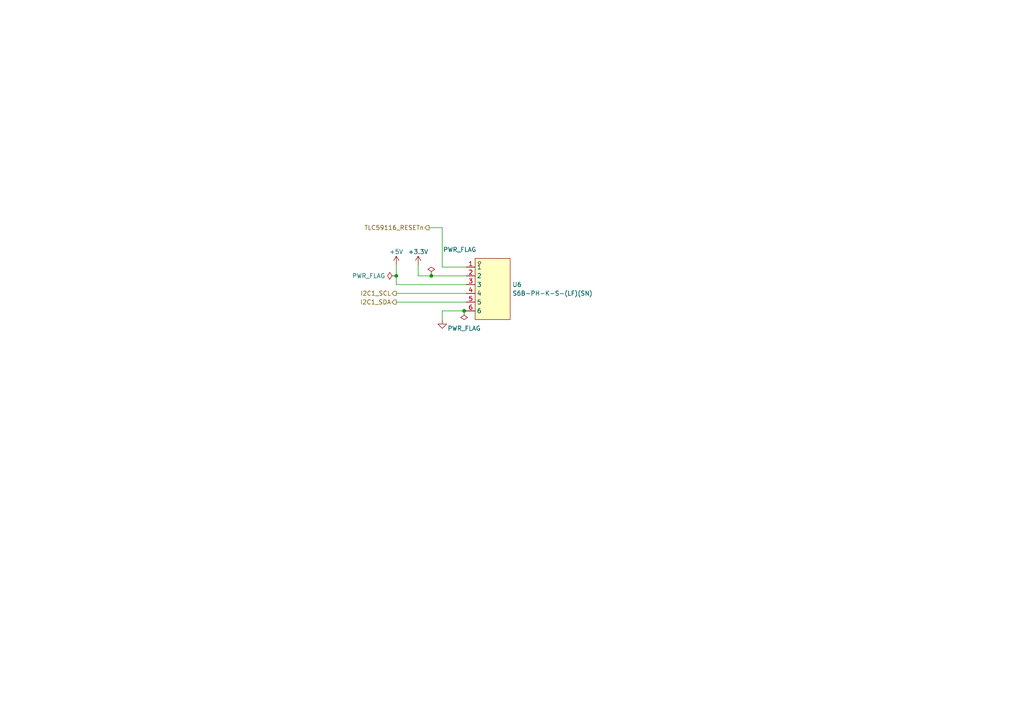
<source format=kicad_sch>
(kicad_sch (version 20230121) (generator eeschema)
  (paper "A4")
  (lib_symbols
    (symbol "S6B_PH_K_S_LF_SN:S6B-PH-K-S-(LF)(SN)"
      (property "Reference" "U" (at 0 12.7 0))
      (property "Value" "S6B-PH-K-S-(LF)(SN)" (at 0 -10.16 0))
      (symbol "S6B-PH-K-S-(LF)(SN)_0_1"
        (rectangle (start -2.54 10.16) (end 7.62 -7.62) (fill (type background)))
        (circle (center -1.27 8.89) (radius 0.38))
      )
      (symbol "S6B-PH-K-S-(LF)(SN)_1_1"
        (pin passive line (at -5.08 7.62 0) (length 2.54) (name "1") (number "1"))
        (pin passive line (at -5.08 5.08 0) (length 2.54) (name "2") (number "2"))
        (pin passive line (at -5.08 2.54 0) (length 2.54) (name "3") (number "3"))
        (pin passive line (at -5.08 0 0) (length 2.54) (name "4") (number "4"))
        (pin passive line (at -5.08 -2.54 0) (length 2.54) (name "5") (number "5"))
        (pin passive line (at -5.08 -5.08 0) (length 2.54) (name "6") (number "6"))
      )
    )
    (symbol "power:+3.3V" (power) (pin_names (offset 0))
      (property "Value" "+3.3V" (at 0 3.556 0))
      (symbol "+3.3V_0_1"
        (polyline (pts (xy -0.762 1.27) (xy 0 2.54)))
        (polyline (pts (xy 0 0) (xy 0 2.54)))
        (polyline (pts (xy 0 2.54) (xy 0.762 1.27)))
      )
      (symbol "+3.3V_1_1"
        (pin power_in line (at 0 0 90) (length 0) hide (name "+3.3V") (number "1"))
      )
    )
    (symbol "power:+5V" (power) (pin_names (offset 0))
      (property "Value" "+5V" (at 0 3.556 0))
      (symbol "+5V_0_1"
        (polyline (pts (xy -0.762 1.27) (xy 0 2.54)))
        (polyline (pts (xy 0 0) (xy 0 2.54)))
        (polyline (pts (xy 0 2.54) (xy 0.762 1.27)))
      )
      (symbol "+5V_1_1"
        (pin power_in line (at 0 0 90) (length 0) hide (name "+5V") (number "1"))
      )
    )
    (symbol "power:GND" (power) (pin_names (offset 0))
      (property "Value" "GND" (at 0 -3.81 0))
      (symbol "GND_0_1"
        (polyline (pts (xy 0 0) (xy 0 -1.27) (xy 1.27 -1.27) (xy 0 -2.54) (xy -1.27 -1.27) (xy 0 -1.27)))
      )
      (symbol "GND_1_1"
        (pin power_in line (at 0 0 270) (length 0) hide (name "GND") (number "1"))
      )
    )
    (symbol "power:PWR_FLAG" (power) (pin_numbers hide) (pin_names (offset 0) hide)
      (property "Value" "PWR_FLAG" (at 0 3.81 0))
      (symbol "PWR_FLAG_0_0"
        (pin power_out line (at 0 0 90) (length 0) (name "pwr") (number "1"))
      )
      (symbol "PWR_FLAG_0_1"
        (polyline (pts (xy 0 0) (xy 0 1.27) (xy -1.016 1.905) (xy 0 2.54) (xy 1.016 1.905) (xy 0 1.27)))
      )
    )
  )
  (junction (at 125.095 80.01))
  (junction (at 134.62 90.17))
  (junction (at 114.935 80.01))
  (wire (pts (xy 121.285 80.01) (xy 125.095 80.01)))
  (wire (pts (xy 128.27 66.04) (xy 128.27 77.47)))
  (wire (pts (xy 125.095 80.01) (xy 135.255 80.01)))
  (wire (pts (xy 135.255 90.17) (xy 134.62 90.17)))
  (wire (pts (xy 114.935 82.55) (xy 114.935 80.01)))
  (wire (pts (xy 121.285 80.01) (xy 121.285 76.835)))
  (wire (pts (xy 114.935 80.01) (xy 114.935 76.835)))
  (wire (pts (xy 128.27 66.04) (xy 124.46 66.04)))
  (wire (pts (xy 128.27 90.17) (xy 128.27 92.71)))
  (wire (pts (xy 114.935 87.63) (xy 135.255 87.63)))
  (wire (pts (xy 114.935 85.09) (xy 135.255 85.09)))
  (wire (pts (xy 128.27 77.47) (xy 135.255 77.47)))
  (wire (pts (xy 114.935 82.55) (xy 135.255 82.55)))
  (wire (pts (xy 134.62 90.17) (xy 128.27 90.17)))
  (hierarchical_label "I2C1_SDA" (shape output) (at 114.935 87.63 180))
  (hierarchical_label "TLC59116_RESETn" (shape output) (at 124.46 66.04 180))
  (hierarchical_label "I2C1_SCL" (shape output) (at 114.935 85.09 180))
  (symbol (lib_id "power:PWR_FLAG") (at 125.095 80.01 0) (unit 1)
    (property "Reference" "#FLG03" (effects hide))
    (property "Value" "PWR_FLAG" (at 133.35 72.39 0))
  )
  (symbol (lib_id "power:PWR_FLAG") (at 134.62 90.17 180) (unit 1)
    (property "Reference" "#FLG02" (effects hide))
    (property "Value" "PWR_FLAG" (at 134.62 95.25 0))
  )
  (symbol (lib_id "power:+3.3V") (at 121.285 76.835 0) (unit 1)
    (property "Reference" "#PWR01" (effects hide))
    (property "Value" "+3.3V" (at 121.285 73.025 0))
    (instances (project "ShotClockProject" (path "" (reference "#PWR01") (unit 1)) (path "" (reference "#PWR073") (unit 1))) (project "ShotClockDisplayPCB" (path "" (reference "#PWR02") (unit 1))))
  )
  (symbol (lib_id "power:+5V") (at 114.935 76.835 0) (unit 1)
    (property "Reference" "#PWR02" (effects hide))
    (property "Value" "+5V" (at 114.935 73.025 0))
    (instances (project "ShotClockProject" (path "" (reference "#PWR02") (unit 1)) (path "" (reference "#PWR072") (unit 1))) (project "ShotClockDisplayPCB" (path "" (reference "#PWR01") (unit 1))))
  )
  (symbol (lib_id "power:PWR_FLAG") (at 114.935 80.01 90) (unit 1)
    (property "Reference" "#FLG01" (effects hide))
    (property "Value" "PWR_FLAG" (at 111.76 80.01 90) (effects (justify left)))
  )
  (symbol (lib_id "S6B_PH_K_S_LF_SN:S6B-PH-K-S-(LF)(SN)") (at 140.335 85.09 0) (unit 1)
    (property "Reference" "U6" (at 148.59 82.55 0) (effects (justify left)))
    (property "Value" "S6B-PH-K-S-(LF)(SN)" (at 148.59 85.09 0) (effects (justify left)))
    (property "Footprint" "S6B_PH_K_S_LF_SN:CONN-TH_6P-P2.00_S6B-PH-K-S-LF-SN" (effects hide))
    (property "Datasheet" "https://lcsc.com/product-detail/PH-Connectors_JST_S6B-PH-K-S-LF-SN_PHsocket-1-6P-Curved-needle-pitch2mm_C157920.html" (effects hide))
    (property "LCSC Part" "C157920" (effects hide))
    (instances (project "ShotClockProject" (path "" (reference "U6") (unit 1))) (project "ShotClockDisplayPCB" (path "" (reference "U1") (unit 1))))
  )
  (symbol (lib_id "power:GND") (at 128.27 92.71 0) (unit 1)
    (property "Reference" "#PWR015" (effects hide))
    (property "Value" "GND" (effects hide))
    (instances (project "ShotClockProject" (path "" (reference "#PWR015") (unit 1)) (path "" (reference "#PWR024") (unit 1)) (path "" (reference "#PWR076") (unit 1))) (project "ShotClockDisplayPCB" (path "" (reference "#PWR03") (unit 1))))
  )
)
</source>
